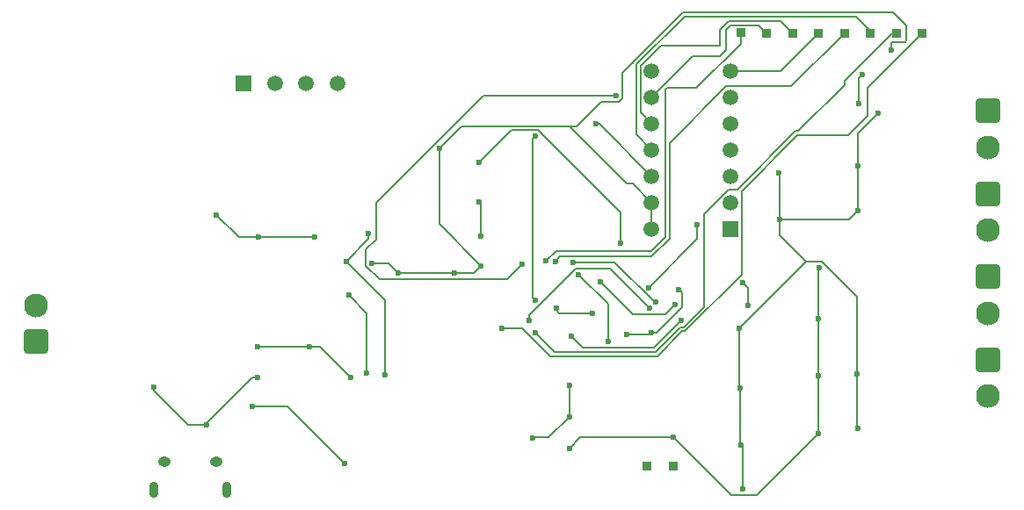
<source format=gbr>
%TF.GenerationSoftware,KiCad,Pcbnew,9.0.4*%
%TF.CreationDate,2025-11-25T13:51:45-06:00*%
%TF.ProjectId,LV Sensor,4c562053-656e-4736-9f72-2e6b69636164,rev?*%
%TF.SameCoordinates,Original*%
%TF.FileFunction,Copper,L2,Bot*%
%TF.FilePolarity,Positive*%
%FSLAX46Y46*%
G04 Gerber Fmt 4.6, Leading zero omitted, Abs format (unit mm)*
G04 Created by KiCad (PCBNEW 9.0.4) date 2025-11-25 13:51:45*
%MOMM*%
%LPD*%
G01*
G04 APERTURE LIST*
G04 Aperture macros list*
%AMRoundRect*
0 Rectangle with rounded corners*
0 $1 Rounding radius*
0 $2 $3 $4 $5 $6 $7 $8 $9 X,Y pos of 4 corners*
0 Add a 4 corners polygon primitive as box body*
4,1,4,$2,$3,$4,$5,$6,$7,$8,$9,$2,$3,0*
0 Add four circle primitives for the rounded corners*
1,1,$1+$1,$2,$3*
1,1,$1+$1,$4,$5*
1,1,$1+$1,$6,$7*
1,1,$1+$1,$8,$9*
0 Add four rect primitives between the rounded corners*
20,1,$1+$1,$2,$3,$4,$5,0*
20,1,$1+$1,$4,$5,$6,$7,0*
20,1,$1+$1,$6,$7,$8,$9,0*
20,1,$1+$1,$8,$9,$2,$3,0*%
G04 Aperture macros list end*
%TA.AperFunction,ComponentPad*%
%ADD10R,0.850000X0.850000*%
%TD*%
%TA.AperFunction,ComponentPad*%
%ADD11RoundRect,0.250001X-0.899999X0.899999X-0.899999X-0.899999X0.899999X-0.899999X0.899999X0.899999X0*%
%TD*%
%TA.AperFunction,ComponentPad*%
%ADD12C,2.300000*%
%TD*%
%TA.AperFunction,ComponentPad*%
%ADD13RoundRect,0.250001X0.899999X-0.899999X0.899999X0.899999X-0.899999X0.899999X-0.899999X-0.899999X0*%
%TD*%
%TA.AperFunction,HeatsinkPad*%
%ADD14O,0.890000X1.550000*%
%TD*%
%TA.AperFunction,HeatsinkPad*%
%ADD15O,1.250000X0.950000*%
%TD*%
%TA.AperFunction,ComponentPad*%
%ADD16R,1.498600X1.498600*%
%TD*%
%TA.AperFunction,ComponentPad*%
%ADD17C,1.498600*%
%TD*%
%TA.AperFunction,ComponentPad*%
%ADD18R,1.520000X1.520000*%
%TD*%
%TA.AperFunction,ComponentPad*%
%ADD19C,1.520000*%
%TD*%
%TA.AperFunction,ViaPad*%
%ADD20C,0.600000*%
%TD*%
%TA.AperFunction,Conductor*%
%ADD21C,0.200000*%
%TD*%
G04 APERTURE END LIST*
D10*
%TO.P,TP8,1,1*%
%TO.N,SDO*%
X204000000Y-54250000D03*
%TD*%
D11*
%TO.P,J2,1,Pin_1*%
%TO.N,Net-(J2-Pin_1)*%
X225332500Y-61750000D03*
D12*
%TO.P,J2,2,Pin_2*%
%TO.N,Net-(J2-Pin_2)*%
X225332500Y-65250000D03*
%TD*%
D10*
%TO.P,TP10,1,1*%
%TO.N,SCK*%
X214000000Y-54250000D03*
%TD*%
D13*
%TO.P,J5,1,Pin_1*%
%TO.N,/5V out*%
X133667500Y-84000000D03*
D12*
%TO.P,J5,2,Pin_2*%
%TO.N,GND*%
X133667500Y-80500000D03*
%TD*%
D11*
%TO.P,J4,1,Pin_1*%
%TO.N,Net-(J4-Pin_1)*%
X225332500Y-77750000D03*
D12*
%TO.P,J4,2,Pin_2*%
%TO.N,Net-(J4-Pin_2)*%
X225332500Y-81250000D03*
%TD*%
D10*
%TO.P,TP5,1,1*%
%TO.N,GND*%
X209000000Y-54250000D03*
%TD*%
%TO.P,TP2,1,1*%
%TO.N,Net-(IC5-PA19_{slash}_SWDIO)*%
X211500000Y-54250000D03*
%TD*%
%TO.P,TP7,1,1*%
%TO.N,EXTERNAL_CS*%
X216500000Y-54250000D03*
%TD*%
D11*
%TO.P,J1,1,Pin_1*%
%TO.N,Net-(J1-Pin_1)*%
X225332500Y-69750000D03*
D12*
%TO.P,J1,2,Pin_2*%
%TO.N,Net-(J1-Pin_2)*%
X225332500Y-73250000D03*
%TD*%
D14*
%TO.P,J16,6,Shield*%
%TO.N,unconnected-(J16-Shield-Pad6)_7*%
X145000000Y-98300000D03*
D15*
%TO.N,unconnected-(J16-Shield-Pad6)_3*%
X146000000Y-95600000D03*
%TO.N,unconnected-(J16-Shield-Pad6)_4*%
X151000000Y-95600000D03*
D14*
%TO.N,unconnected-(J16-Shield-Pad6)_2*%
X152000000Y-98300000D03*
%TD*%
D10*
%TO.P,TP4,1,1*%
%TO.N,Net-(U7-GPIO1)*%
X195000000Y-96000000D03*
%TD*%
D11*
%TO.P,J3,1,Pin_1*%
%TO.N,Net-(J3-Pin_1)*%
X225332500Y-85750000D03*
D12*
%TO.P,J3,2,Pin_2*%
%TO.N,Net-(J3-Pin_2)*%
X225332500Y-89250000D03*
%TD*%
D10*
%TO.P,TP3,1,1*%
%TO.N,Net-(U7-GPIO0)*%
X192500000Y-96000000D03*
%TD*%
%TO.P,TP9,1,1*%
%TO.N,SDI*%
X206500000Y-54250000D03*
%TD*%
%TO.P,TP6,1,1*%
%TO.N,NRST*%
X219000000Y-54250000D03*
%TD*%
%TO.P,TP1,1,1*%
%TO.N,Net-(IC5-PA20_{slash}_A6_{slash}_SWCLK)*%
X201500000Y-54200000D03*
%TD*%
D16*
%TO.P,U10,1,CH0*%
%TO.N,Net-(D8-COM)*%
X200560000Y-73120000D03*
D17*
%TO.P,U10,2,CH1*%
%TO.N,Net-(D7-COM)*%
X200560000Y-70580000D03*
%TO.P,U10,3,CH2*%
%TO.N,Net-(D6-COM)*%
X200560000Y-68040000D03*
%TO.P,U10,4,CH3*%
%TO.N,Net-(D5-COM)*%
X200560000Y-65500000D03*
%TO.P,U10,5,NC*%
%TO.N,unconnected-(U10-NC-Pad5)*%
X200560000Y-62960000D03*
%TO.P,U10,6,NC*%
%TO.N,unconnected-(U10-NC-Pad6)*%
X200560000Y-60420000D03*
%TO.P,U10,7,DGND*%
%TO.N,GND*%
X200560000Y-57880000D03*
%TO.P,U10,8,CS/SHDN*%
%TO.N,CS_ADC4*%
X192940000Y-57880000D03*
%TO.P,U10,9,DIN*%
%TO.N,SDO*%
X192940000Y-60420000D03*
%TO.P,U10,10,DOUT*%
%TO.N,SDI*%
X192940000Y-62960000D03*
%TO.P,U10,11,CLK*%
%TO.N,SCK*%
X192940000Y-65500000D03*
%TO.P,U10,12,AGND*%
%TO.N,GND*%
X192940000Y-68040000D03*
%TO.P,U10,13,VREF*%
%TO.N,+5V*%
X192940000Y-70580000D03*
%TO.P,U10,14,VDD*%
X192940000Y-73120000D03*
%TD*%
D18*
%TO.P,J6,1,1*%
%TO.N,+12V*%
X153650000Y-59100400D03*
D19*
%TO.P,J6,2,2*%
%TO.N,GND*%
X156650000Y-59100400D03*
%TO.P,J6,3,3*%
%TO.N,CAN_H*%
X159650000Y-59100400D03*
%TO.P,J6,4,4*%
%TO.N,CAN_L*%
X162650000Y-59100400D03*
%TD*%
D20*
%TO.N,+5V*%
X176500000Y-76703000D03*
X151018080Y-71768080D03*
X160461000Y-73905000D03*
X172463800Y-65365000D03*
X166000000Y-76453000D03*
X216060160Y-55899000D03*
X173961000Y-77405000D03*
X168539000Y-77405000D03*
X155039000Y-73905000D03*
%TO.N,Net-(U3-3V3OUT)*%
X163974150Y-87495301D03*
X155000000Y-84500000D03*
X160000000Y-84500000D03*
%TO.N,NRST*%
X178500000Y-82703000D03*
%TO.N,-2V5*%
X209012500Y-87262500D03*
X195000000Y-93250000D03*
X209100000Y-76912500D03*
X185000000Y-94312500D03*
X209012500Y-81812500D03*
X209012500Y-92862500D03*
%TO.N,+3V3*%
X183750000Y-80750000D03*
X187250000Y-81250000D03*
X192637980Y-78799520D03*
X197350000Y-72750000D03*
%TO.N,+2V5*%
X163361161Y-95750000D03*
X154500000Y-90250000D03*
%TO.N,CS_CAN*%
X181700000Y-64210000D03*
X181744766Y-79994764D03*
%TO.N,CS_ADC4*%
X180500000Y-76500000D03*
X189500000Y-60250000D03*
%TO.N,ADC_DRDY*%
X192750000Y-80750000D03*
X181099998Y-81962000D03*
%TO.N,Net-(IC5-PA20_{slash}_A6_{slash}_SWCLK)*%
X182783896Y-76232618D03*
%TO.N,ADC_RESET*%
X185900002Y-77538000D03*
X188750000Y-84000000D03*
%TO.N,EXTERNAL_CS*%
X181766137Y-83174502D03*
%TO.N,Net-(IC5-PA19_{slash}_SWDIO)*%
X183650000Y-76250000D03*
%TO.N,CS_ADC8*%
X195750000Y-82000000D03*
X185234211Y-83515789D03*
%TO.N,Net-(U3-VCC)*%
X163750000Y-79500000D03*
X165500000Y-87000000D03*
%TO.N,SCK*%
X195230828Y-80414557D03*
X188000000Y-78250000D03*
%TO.N,CAN_FD_INT*%
X176300000Y-66750000D03*
X189901000Y-74500000D03*
%TO.N,SDI*%
X185350000Y-76392487D03*
X193346814Y-80217255D03*
%TO.N,GND*%
X212812500Y-67062500D03*
X195562500Y-79000000D03*
X155000000Y-87453000D03*
X201726537Y-78289035D03*
X167270000Y-87250000D03*
X187562500Y-63000000D03*
X201437500Y-88500000D03*
X163500000Y-76250000D03*
X145000000Y-88375000D03*
X213250000Y-58250000D03*
X150050000Y-92000000D03*
X212912500Y-61062500D03*
X176300000Y-70560000D03*
X212812500Y-71412500D03*
X205187500Y-67750000D03*
X201500000Y-94000000D03*
X202250000Y-80500000D03*
X212800000Y-92400000D03*
X205250000Y-72250000D03*
X192894345Y-83116714D03*
X165650000Y-73547000D03*
X181492050Y-93334600D03*
X201750000Y-98250000D03*
X190500000Y-83350000D03*
X212750000Y-87100000D03*
X185000000Y-88250000D03*
X201375000Y-82750000D03*
X185000000Y-91250000D03*
X176500000Y-73797000D03*
X214750000Y-62000000D03*
%TD*%
D21*
%TO.N,Net-(IC5-PA19_{slash}_SWDIO)*%
X206380300Y-59369700D02*
X211500000Y-54250000D01*
X194651000Y-64843651D02*
X200124951Y-59369700D01*
X200124951Y-59369700D02*
X206380300Y-59369700D01*
X194651000Y-74066157D02*
X194651000Y-64843651D01*
X192925670Y-75791487D02*
X194651000Y-74066157D01*
X184108513Y-75791487D02*
X192925670Y-75791487D01*
X183650000Y-76250000D02*
X184108513Y-75791487D01*
%TO.N,EXTERNAL_CS*%
X216125000Y-54250000D02*
X216500000Y-54250000D01*
X215937500Y-54437500D02*
X216125000Y-54250000D01*
%TO.N,+5V*%
X217476000Y-53524000D02*
X216223000Y-52271000D01*
X217343840Y-55108160D02*
X217476000Y-54976000D01*
X216060160Y-55108160D02*
X216060160Y-55899000D01*
X190101000Y-58099452D02*
X190101000Y-60498943D01*
X189748943Y-60851000D02*
X188101000Y-60851000D01*
X168539000Y-77405000D02*
X173961000Y-77405000D01*
X166000000Y-76453000D02*
X167587000Y-76453000D01*
X192940000Y-70580000D02*
X191087700Y-68727700D01*
X155039000Y-73905000D02*
X153155000Y-73905000D01*
X172463800Y-65365000D02*
X174620800Y-63208000D01*
X174620800Y-63208000D02*
X185000000Y-63208000D01*
X217476000Y-54976000D02*
X217476000Y-53524000D01*
X191100226Y-57100226D02*
X190225226Y-57975226D01*
X176500000Y-76703000D02*
X172463800Y-72666800D01*
X172463800Y-72666800D02*
X172463800Y-65365000D01*
X175798000Y-77405000D02*
X176500000Y-76703000D01*
X191087700Y-68727700D02*
X190519700Y-68727700D01*
X167587000Y-76453000D02*
X168539000Y-77405000D01*
X155039000Y-73905000D02*
X160461000Y-73905000D01*
X185000000Y-63208000D02*
X185568000Y-63208000D01*
X188101000Y-60851000D02*
X185744000Y-63208000D01*
X216060160Y-55108160D02*
X217343840Y-55108160D01*
X153155000Y-73905000D02*
X151018080Y-71768080D01*
X190225226Y-57975226D02*
X190101000Y-58099452D01*
X185744000Y-63208000D02*
X185568000Y-63208000D01*
X173961000Y-77405000D02*
X175798000Y-77405000D01*
X191087700Y-57112751D02*
X191100226Y-57100226D01*
X192940000Y-73120000D02*
X192940000Y-70580000D01*
X195929452Y-52271000D02*
X190225226Y-57975226D01*
X216223000Y-52271000D02*
X195929452Y-52271000D01*
X190519700Y-68727700D02*
X185000000Y-63208000D01*
X190101000Y-60498943D02*
X189748943Y-60851000D01*
%TO.N,Net-(U3-3V3OUT)*%
X155000000Y-84500000D02*
X160000000Y-84500000D01*
X160000000Y-84500000D02*
X160978849Y-84500000D01*
X160978849Y-84500000D02*
X163974150Y-87495301D01*
%TO.N,NRST*%
X201610300Y-77556743D02*
X196165043Y-83002000D01*
X183144692Y-85403000D02*
X180444692Y-82703000D01*
X207000000Y-64099000D02*
X201610300Y-69488700D01*
X213750000Y-62250000D02*
X211901000Y-64099000D01*
X211901000Y-64099000D02*
X207000000Y-64099000D01*
X195882200Y-83002000D02*
X193481200Y-85403000D01*
X196165043Y-83002000D02*
X195882200Y-83002000D01*
X193481200Y-85403000D02*
X183144692Y-85403000D01*
X180444692Y-82703000D02*
X178500000Y-82703000D01*
X201610300Y-69488700D02*
X201610300Y-77556743D01*
X219000000Y-54250000D02*
X213750000Y-59500000D01*
X213750000Y-59500000D02*
X213750000Y-62250000D01*
%TO.N,-2V5*%
X209012500Y-81812500D02*
X209012500Y-77012500D01*
X209087500Y-76912500D02*
X209100000Y-76912500D01*
X209012500Y-92862500D02*
X209012500Y-87262500D01*
X209000000Y-93000000D02*
X209000000Y-92875000D01*
X200601000Y-98851000D02*
X203024000Y-98851000D01*
X195000000Y-93250000D02*
X186062500Y-93250000D01*
X209012500Y-87262500D02*
X209012500Y-81812500D01*
X195000000Y-93250000D02*
X200601000Y-98851000D01*
X209012500Y-77012500D02*
X209000000Y-77000000D01*
X186062500Y-93250000D02*
X185000000Y-94312500D01*
X203024000Y-98851000D02*
X209012500Y-92862500D01*
X209000000Y-92875000D02*
X209012500Y-92862500D01*
X209000000Y-77000000D02*
X209087500Y-76912500D01*
%TO.N,+3V3*%
X197350000Y-72750000D02*
X197350000Y-74087500D01*
X186000000Y-81250000D02*
X184037482Y-81250000D01*
X183750000Y-80962518D02*
X183750000Y-80750000D01*
X184037482Y-81250000D02*
X183750000Y-80962518D01*
X186000000Y-81250000D02*
X187250000Y-81250000D01*
X197350000Y-74087500D02*
X192637980Y-78799520D01*
%TO.N,+2V5*%
X157861161Y-90250000D02*
X163361161Y-95750000D01*
X154500000Y-90250000D02*
X157861161Y-90250000D01*
%TO.N,CS_CAN*%
X181500000Y-79749998D02*
X181500000Y-64410000D01*
X181500000Y-64410000D02*
X181700000Y-64210000D01*
X181744766Y-79994764D02*
X181500000Y-79749998D01*
%TO.N,CS_ADC4*%
X165399000Y-75101000D02*
X166364429Y-74135571D01*
X176728857Y-60250000D02*
X189500000Y-60250000D01*
X166364429Y-74135571D02*
X166364429Y-70614429D01*
X166703057Y-78006000D02*
X165399000Y-76701943D01*
X165399000Y-76701943D02*
X165399000Y-75101000D01*
X180500000Y-76500000D02*
X178994000Y-78006000D01*
X178994000Y-78006000D02*
X166703057Y-78006000D01*
X166364429Y-70614429D02*
X176728857Y-60250000D01*
%TO.N,ADC_DRDY*%
X192750000Y-80750000D02*
X188937000Y-76937000D01*
X181099998Y-81488061D02*
X181099998Y-81962000D01*
X188937000Y-76937000D02*
X185651059Y-76937000D01*
X185651059Y-76937000D02*
X181099998Y-81488061D01*
%TO.N,Net-(IC5-PA20_{slash}_A6_{slash}_SWCLK)*%
X192900057Y-75250000D02*
X194250000Y-73900057D01*
X201500000Y-54450000D02*
X201250000Y-54200000D01*
X194250000Y-59677100D02*
X194391300Y-59535800D01*
X194250000Y-73900057D02*
X194250000Y-59677100D01*
X201500000Y-55250000D02*
X201500000Y-54450000D01*
X194391300Y-59535800D02*
X197214200Y-59535800D01*
X182783896Y-76232618D02*
X183766514Y-75250000D01*
X183766514Y-75250000D02*
X192900057Y-75250000D01*
X197214200Y-59535800D02*
X201500000Y-55250000D01*
%TO.N,ADC_RESET*%
X188750000Y-80387998D02*
X185900002Y-77538000D01*
X188750000Y-84000000D02*
X188750000Y-80387998D01*
%TO.N,EXTERNAL_CS*%
X215937500Y-54437500D02*
X211500000Y-58875000D01*
X206567100Y-63932900D02*
X206567100Y-63964800D01*
X211500000Y-58875000D02*
X211500000Y-59250000D01*
X201209300Y-69322600D02*
X200332051Y-69322600D01*
X197951000Y-71703651D02*
X197951000Y-80648943D01*
X206802000Y-63698000D02*
X206567100Y-63932900D01*
X195716100Y-82601000D02*
X193315100Y-85002000D01*
X183593635Y-85002000D02*
X181766137Y-83174502D01*
X206567100Y-63964800D02*
X201209300Y-69322600D01*
X216750000Y-54250000D02*
X216125000Y-54250000D01*
X195998943Y-82601000D02*
X195716100Y-82601000D01*
X207052000Y-63698000D02*
X206802000Y-63698000D01*
X200332051Y-69322600D02*
X197951000Y-71703651D01*
X193315100Y-85002000D02*
X183593635Y-85002000D01*
X211500000Y-59250000D02*
X207052000Y-63698000D01*
X197951000Y-80648943D02*
X195998943Y-82601000D01*
%TO.N,CS_ADC8*%
X186319422Y-84601000D02*
X193149000Y-84601000D01*
X185234211Y-83515789D02*
X186319422Y-84601000D01*
X193149000Y-84601000D02*
X195750000Y-82000000D01*
%TO.N,Net-(U3-VCC)*%
X165500000Y-81250000D02*
X163750000Y-79500000D01*
X165500000Y-87000000D02*
X165500000Y-81250000D01*
%TO.N,SCK*%
X191488700Y-57278851D02*
X191488700Y-64048700D01*
X214250000Y-54250000D02*
X212672000Y-52672000D01*
X191101000Y-81351000D02*
X188000000Y-78250000D01*
X191488700Y-64048700D02*
X192940000Y-65500000D01*
X194294386Y-81351000D02*
X191101000Y-81351000D01*
X194322693Y-81322693D02*
X194294386Y-81351000D01*
X212672000Y-52672000D02*
X196095551Y-52672000D01*
X196095551Y-52672000D02*
X191488700Y-57278851D01*
X194322693Y-81322693D02*
X195230828Y-80414557D01*
%TO.N,SDO*%
X200091450Y-55908550D02*
X199500000Y-56500000D01*
X199500000Y-56500000D02*
X196860000Y-56500000D01*
X200524000Y-53474000D02*
X200091450Y-53906550D01*
X196860000Y-56500000D02*
X192940000Y-60420000D01*
X200091450Y-53906550D02*
X200091450Y-55908550D01*
X204000000Y-54250000D02*
X203224000Y-53474000D01*
X203224000Y-53474000D02*
X200524000Y-53474000D01*
%TO.N,CAN_FD_INT*%
X181948943Y-63609000D02*
X179441000Y-63609000D01*
X179441000Y-63609000D02*
X176300000Y-66750000D01*
X189901000Y-74500000D02*
X189901000Y-71561057D01*
X189901000Y-71561057D02*
X181948943Y-63609000D01*
%TO.N,SDI*%
X191889700Y-57444951D02*
X191889700Y-61909700D01*
X193207185Y-80217255D02*
X189382417Y-76392487D01*
X199500000Y-53930900D02*
X199500000Y-55500000D01*
X193834651Y-55500000D02*
X191889700Y-57444951D01*
X200357900Y-53073000D02*
X199500000Y-53930900D01*
X205323000Y-53073000D02*
X200357900Y-53073000D01*
X189382417Y-76392487D02*
X185350000Y-76392487D01*
X193346814Y-80217255D02*
X193207185Y-80217255D01*
X206500000Y-54250000D02*
X205323000Y-53073000D01*
X191889700Y-61909700D02*
X192940000Y-62960000D01*
X199500000Y-55500000D02*
X193834651Y-55500000D01*
%TO.N,GND*%
X176500000Y-73797000D02*
X176500000Y-70760000D01*
X201750000Y-98250000D02*
X201750000Y-94250000D01*
X212812500Y-67062500D02*
X212812500Y-63937500D01*
X201500000Y-94000000D02*
X201437500Y-93937500D01*
X187900000Y-63000000D02*
X187562500Y-63000000D01*
X150050000Y-92000000D02*
X150050000Y-91902570D01*
X201375000Y-88375000D02*
X201250000Y-88500000D01*
X195831828Y-79269328D02*
X195831828Y-80663500D01*
X205370000Y-57880000D02*
X200560000Y-57880000D01*
X201250000Y-88500000D02*
X201437500Y-88500000D01*
X145000000Y-88750000D02*
X145000000Y-88375000D01*
X201750000Y-94250000D02*
X201500000Y-94000000D01*
X201375000Y-82750000D02*
X201375000Y-88375000D01*
X150050000Y-91902570D02*
X154499570Y-87453000D01*
X212812500Y-71412500D02*
X212812500Y-67062500D01*
X209000000Y-54250000D02*
X205370000Y-57880000D01*
X212750000Y-87100000D02*
X212750000Y-92350000D01*
X195831828Y-80663500D02*
X193378614Y-83116714D01*
X154499570Y-87453000D02*
X155000000Y-87453000D01*
X195562500Y-79000000D02*
X195831828Y-79269328D01*
X150050000Y-92000000D02*
X148250000Y-92000000D01*
X202250000Y-80500000D02*
X202250000Y-78812498D01*
X185000000Y-88250000D02*
X185000000Y-91250000D01*
X213250000Y-58250000D02*
X212912500Y-58587500D01*
X190500000Y-83350000D02*
X192661059Y-83350000D01*
X207813500Y-76311500D02*
X205250000Y-73748000D01*
X165650000Y-74100000D02*
X165650000Y-73547000D01*
X163500000Y-76250000D02*
X167270000Y-80020000D01*
X181500000Y-93326650D02*
X181492050Y-93334600D01*
X192661059Y-83350000D02*
X192894345Y-83116714D01*
X193378614Y-83116714D02*
X192894345Y-83116714D01*
X209348943Y-76311500D02*
X212750000Y-79712557D01*
X148250000Y-92000000D02*
X145000000Y-88750000D01*
X212750000Y-92350000D02*
X212800000Y-92400000D01*
X212750000Y-79712557D02*
X212750000Y-87100000D01*
X181500000Y-93250000D02*
X181500000Y-93326650D01*
X202250000Y-78812498D02*
X201726537Y-78289035D01*
X163500000Y-76250000D02*
X165650000Y-74100000D01*
X201437500Y-93937500D02*
X201437500Y-88500000D01*
X205250000Y-67812500D02*
X205187500Y-67750000D01*
X211975000Y-72250000D02*
X212812500Y-71412500D01*
X205250000Y-72250000D02*
X211975000Y-72250000D01*
X201375000Y-82750000D02*
X207813500Y-76311500D01*
X212912500Y-58587500D02*
X212912500Y-61062500D01*
X205250000Y-73748000D02*
X205250000Y-72250000D01*
X192940000Y-68040000D02*
X187900000Y-63000000D01*
X205250000Y-72250000D02*
X205250000Y-67812500D01*
X167270000Y-80020000D02*
X167270000Y-87250000D01*
X212812500Y-63937500D02*
X214750000Y-62000000D01*
X207813500Y-76311500D02*
X209348943Y-76311500D01*
X183000000Y-93250000D02*
X181500000Y-93250000D01*
X185000000Y-91250000D02*
X183000000Y-93250000D01*
X176500000Y-70760000D02*
X176300000Y-70560000D01*
%TD*%
M02*

</source>
